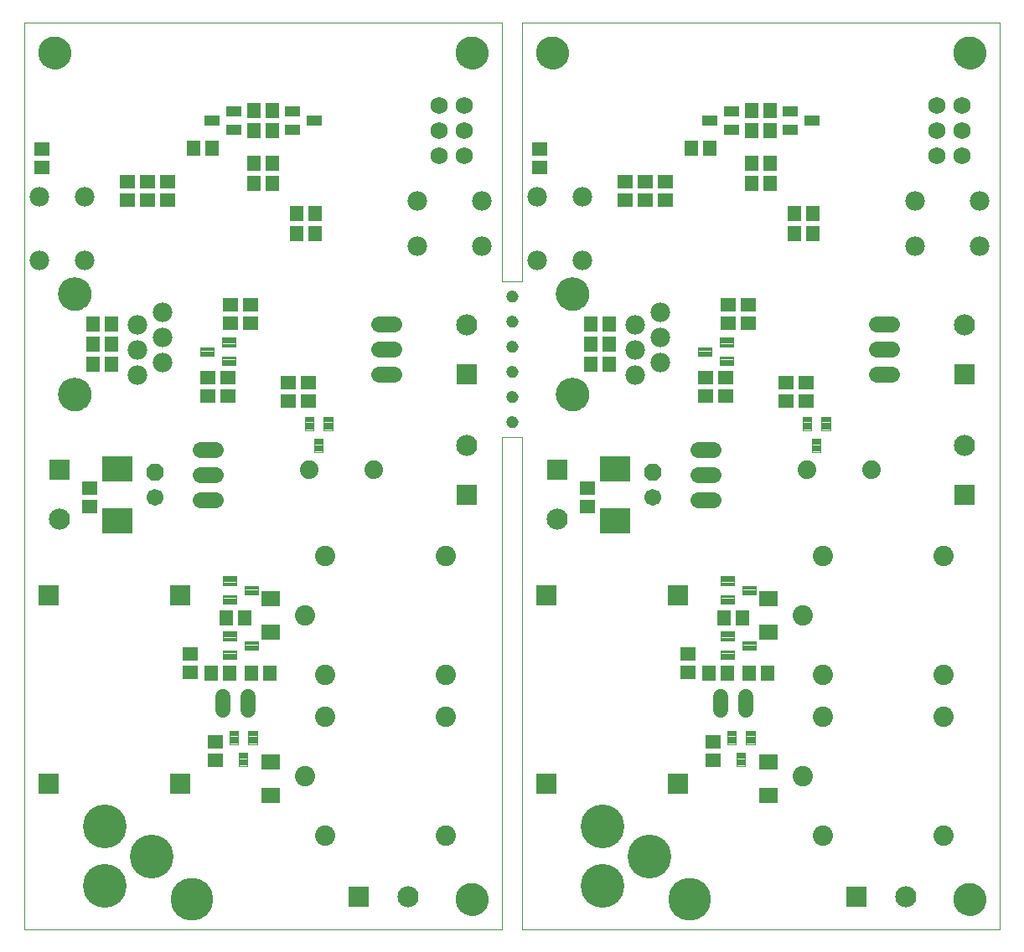
<source format=gbs>
G75*
G70*
%OFA0B0*%
%FSLAX24Y24*%
%IPPOS*%
%LPD*%
%AMOC8*
5,1,8,0,0,1.08239X$1,22.5*
%
%ADD10C,0.0000*%
%ADD11C,0.1300*%
%ADD12C,0.0473*%
%ADD13C,0.0780*%
%ADD14C,0.1320*%
%ADD15R,0.0800X0.0800*%
%ADD16OC8,0.0670*%
%ADD17C,0.0670*%
%ADD18C,0.1740*%
%ADD19R,0.0552X0.0631*%
%ADD20R,0.0631X0.0552*%
%ADD21R,0.0591X0.0434*%
%ADD22C,0.0600*%
%ADD23C,0.0640*%
%ADD24C,0.0680*%
%ADD25C,0.0808*%
%ADD26R,0.0840X0.0840*%
%ADD27C,0.0840*%
%ADD28R,0.0749X0.0591*%
%ADD29C,0.0740*%
%ADD30R,0.1221X0.1024*%
%ADD31C,0.0039*%
%ADD32C,0.1700*%
D10*
X001340Y001800D02*
X001340Y037900D01*
X020340Y037900D01*
X020340Y027600D01*
X021140Y027600D01*
X021140Y037900D01*
X040140Y037900D01*
X040140Y001800D01*
X021140Y001800D01*
X021140Y021400D01*
X020340Y021400D01*
X020340Y001800D01*
X001340Y001800D01*
X018510Y003000D02*
X018512Y003050D01*
X018518Y003100D01*
X018528Y003149D01*
X018542Y003197D01*
X018559Y003244D01*
X018580Y003289D01*
X018605Y003333D01*
X018633Y003374D01*
X018665Y003413D01*
X018699Y003450D01*
X018736Y003484D01*
X018776Y003514D01*
X018818Y003541D01*
X018862Y003565D01*
X018908Y003586D01*
X018955Y003602D01*
X019003Y003615D01*
X019053Y003624D01*
X019102Y003629D01*
X019153Y003630D01*
X019203Y003627D01*
X019252Y003620D01*
X019301Y003609D01*
X019349Y003594D01*
X019395Y003576D01*
X019440Y003554D01*
X019483Y003528D01*
X019524Y003499D01*
X019563Y003467D01*
X019599Y003432D01*
X019631Y003394D01*
X019661Y003354D01*
X019688Y003311D01*
X019711Y003267D01*
X019730Y003221D01*
X019746Y003173D01*
X019758Y003124D01*
X019766Y003075D01*
X019770Y003025D01*
X019770Y002975D01*
X019766Y002925D01*
X019758Y002876D01*
X019746Y002827D01*
X019730Y002779D01*
X019711Y002733D01*
X019688Y002689D01*
X019661Y002646D01*
X019631Y002606D01*
X019599Y002568D01*
X019563Y002533D01*
X019524Y002501D01*
X019483Y002472D01*
X019440Y002446D01*
X019395Y002424D01*
X019349Y002406D01*
X019301Y002391D01*
X019252Y002380D01*
X019203Y002373D01*
X019153Y002370D01*
X019102Y002371D01*
X019053Y002376D01*
X019003Y002385D01*
X018955Y002398D01*
X018908Y002414D01*
X018862Y002435D01*
X018818Y002459D01*
X018776Y002486D01*
X018736Y002516D01*
X018699Y002550D01*
X018665Y002587D01*
X018633Y002626D01*
X018605Y002667D01*
X018580Y002711D01*
X018559Y002756D01*
X018542Y002803D01*
X018528Y002851D01*
X018518Y002900D01*
X018512Y002950D01*
X018510Y003000D01*
X020523Y022000D02*
X020525Y022029D01*
X020531Y022057D01*
X020540Y022085D01*
X020553Y022111D01*
X020570Y022134D01*
X020589Y022156D01*
X020611Y022175D01*
X020636Y022190D01*
X020662Y022203D01*
X020690Y022211D01*
X020718Y022216D01*
X020747Y022217D01*
X020776Y022214D01*
X020804Y022207D01*
X020831Y022197D01*
X020857Y022183D01*
X020880Y022166D01*
X020901Y022146D01*
X020919Y022123D01*
X020934Y022098D01*
X020945Y022071D01*
X020953Y022043D01*
X020957Y022014D01*
X020957Y021986D01*
X020953Y021957D01*
X020945Y021929D01*
X020934Y021902D01*
X020919Y021877D01*
X020901Y021854D01*
X020880Y021834D01*
X020857Y021817D01*
X020831Y021803D01*
X020804Y021793D01*
X020776Y021786D01*
X020747Y021783D01*
X020718Y021784D01*
X020690Y021789D01*
X020662Y021797D01*
X020636Y021810D01*
X020611Y021825D01*
X020589Y021844D01*
X020570Y021866D01*
X020553Y021889D01*
X020540Y021915D01*
X020531Y021943D01*
X020525Y021971D01*
X020523Y022000D01*
X020523Y023000D02*
X020525Y023029D01*
X020531Y023057D01*
X020540Y023085D01*
X020553Y023111D01*
X020570Y023134D01*
X020589Y023156D01*
X020611Y023175D01*
X020636Y023190D01*
X020662Y023203D01*
X020690Y023211D01*
X020718Y023216D01*
X020747Y023217D01*
X020776Y023214D01*
X020804Y023207D01*
X020831Y023197D01*
X020857Y023183D01*
X020880Y023166D01*
X020901Y023146D01*
X020919Y023123D01*
X020934Y023098D01*
X020945Y023071D01*
X020953Y023043D01*
X020957Y023014D01*
X020957Y022986D01*
X020953Y022957D01*
X020945Y022929D01*
X020934Y022902D01*
X020919Y022877D01*
X020901Y022854D01*
X020880Y022834D01*
X020857Y022817D01*
X020831Y022803D01*
X020804Y022793D01*
X020776Y022786D01*
X020747Y022783D01*
X020718Y022784D01*
X020690Y022789D01*
X020662Y022797D01*
X020636Y022810D01*
X020611Y022825D01*
X020589Y022844D01*
X020570Y022866D01*
X020553Y022889D01*
X020540Y022915D01*
X020531Y022943D01*
X020525Y022971D01*
X020523Y023000D01*
X020523Y024000D02*
X020525Y024029D01*
X020531Y024057D01*
X020540Y024085D01*
X020553Y024111D01*
X020570Y024134D01*
X020589Y024156D01*
X020611Y024175D01*
X020636Y024190D01*
X020662Y024203D01*
X020690Y024211D01*
X020718Y024216D01*
X020747Y024217D01*
X020776Y024214D01*
X020804Y024207D01*
X020831Y024197D01*
X020857Y024183D01*
X020880Y024166D01*
X020901Y024146D01*
X020919Y024123D01*
X020934Y024098D01*
X020945Y024071D01*
X020953Y024043D01*
X020957Y024014D01*
X020957Y023986D01*
X020953Y023957D01*
X020945Y023929D01*
X020934Y023902D01*
X020919Y023877D01*
X020901Y023854D01*
X020880Y023834D01*
X020857Y023817D01*
X020831Y023803D01*
X020804Y023793D01*
X020776Y023786D01*
X020747Y023783D01*
X020718Y023784D01*
X020690Y023789D01*
X020662Y023797D01*
X020636Y023810D01*
X020611Y023825D01*
X020589Y023844D01*
X020570Y023866D01*
X020553Y023889D01*
X020540Y023915D01*
X020531Y023943D01*
X020525Y023971D01*
X020523Y024000D01*
X020523Y025000D02*
X020525Y025029D01*
X020531Y025057D01*
X020540Y025085D01*
X020553Y025111D01*
X020570Y025134D01*
X020589Y025156D01*
X020611Y025175D01*
X020636Y025190D01*
X020662Y025203D01*
X020690Y025211D01*
X020718Y025216D01*
X020747Y025217D01*
X020776Y025214D01*
X020804Y025207D01*
X020831Y025197D01*
X020857Y025183D01*
X020880Y025166D01*
X020901Y025146D01*
X020919Y025123D01*
X020934Y025098D01*
X020945Y025071D01*
X020953Y025043D01*
X020957Y025014D01*
X020957Y024986D01*
X020953Y024957D01*
X020945Y024929D01*
X020934Y024902D01*
X020919Y024877D01*
X020901Y024854D01*
X020880Y024834D01*
X020857Y024817D01*
X020831Y024803D01*
X020804Y024793D01*
X020776Y024786D01*
X020747Y024783D01*
X020718Y024784D01*
X020690Y024789D01*
X020662Y024797D01*
X020636Y024810D01*
X020611Y024825D01*
X020589Y024844D01*
X020570Y024866D01*
X020553Y024889D01*
X020540Y024915D01*
X020531Y024943D01*
X020525Y024971D01*
X020523Y025000D01*
X020523Y026000D02*
X020525Y026029D01*
X020531Y026057D01*
X020540Y026085D01*
X020553Y026111D01*
X020570Y026134D01*
X020589Y026156D01*
X020611Y026175D01*
X020636Y026190D01*
X020662Y026203D01*
X020690Y026211D01*
X020718Y026216D01*
X020747Y026217D01*
X020776Y026214D01*
X020804Y026207D01*
X020831Y026197D01*
X020857Y026183D01*
X020880Y026166D01*
X020901Y026146D01*
X020919Y026123D01*
X020934Y026098D01*
X020945Y026071D01*
X020953Y026043D01*
X020957Y026014D01*
X020957Y025986D01*
X020953Y025957D01*
X020945Y025929D01*
X020934Y025902D01*
X020919Y025877D01*
X020901Y025854D01*
X020880Y025834D01*
X020857Y025817D01*
X020831Y025803D01*
X020804Y025793D01*
X020776Y025786D01*
X020747Y025783D01*
X020718Y025784D01*
X020690Y025789D01*
X020662Y025797D01*
X020636Y025810D01*
X020611Y025825D01*
X020589Y025844D01*
X020570Y025866D01*
X020553Y025889D01*
X020540Y025915D01*
X020531Y025943D01*
X020525Y025971D01*
X020523Y026000D01*
X020523Y027000D02*
X020525Y027029D01*
X020531Y027057D01*
X020540Y027085D01*
X020553Y027111D01*
X020570Y027134D01*
X020589Y027156D01*
X020611Y027175D01*
X020636Y027190D01*
X020662Y027203D01*
X020690Y027211D01*
X020718Y027216D01*
X020747Y027217D01*
X020776Y027214D01*
X020804Y027207D01*
X020831Y027197D01*
X020857Y027183D01*
X020880Y027166D01*
X020901Y027146D01*
X020919Y027123D01*
X020934Y027098D01*
X020945Y027071D01*
X020953Y027043D01*
X020957Y027014D01*
X020957Y026986D01*
X020953Y026957D01*
X020945Y026929D01*
X020934Y026902D01*
X020919Y026877D01*
X020901Y026854D01*
X020880Y026834D01*
X020857Y026817D01*
X020831Y026803D01*
X020804Y026793D01*
X020776Y026786D01*
X020747Y026783D01*
X020718Y026784D01*
X020690Y026789D01*
X020662Y026797D01*
X020636Y026810D01*
X020611Y026825D01*
X020589Y026844D01*
X020570Y026866D01*
X020553Y026889D01*
X020540Y026915D01*
X020531Y026943D01*
X020525Y026971D01*
X020523Y027000D01*
X022500Y027100D02*
X022502Y027150D01*
X022508Y027200D01*
X022518Y027249D01*
X022531Y027298D01*
X022549Y027345D01*
X022570Y027391D01*
X022594Y027434D01*
X022622Y027476D01*
X022653Y027516D01*
X022687Y027553D01*
X022724Y027587D01*
X022764Y027618D01*
X022806Y027646D01*
X022849Y027670D01*
X022895Y027691D01*
X022942Y027709D01*
X022991Y027722D01*
X023040Y027732D01*
X023090Y027738D01*
X023140Y027740D01*
X023190Y027738D01*
X023240Y027732D01*
X023289Y027722D01*
X023338Y027709D01*
X023385Y027691D01*
X023431Y027670D01*
X023474Y027646D01*
X023516Y027618D01*
X023556Y027587D01*
X023593Y027553D01*
X023627Y027516D01*
X023658Y027476D01*
X023686Y027434D01*
X023710Y027391D01*
X023731Y027345D01*
X023749Y027298D01*
X023762Y027249D01*
X023772Y027200D01*
X023778Y027150D01*
X023780Y027100D01*
X023778Y027050D01*
X023772Y027000D01*
X023762Y026951D01*
X023749Y026902D01*
X023731Y026855D01*
X023710Y026809D01*
X023686Y026766D01*
X023658Y026724D01*
X023627Y026684D01*
X023593Y026647D01*
X023556Y026613D01*
X023516Y026582D01*
X023474Y026554D01*
X023431Y026530D01*
X023385Y026509D01*
X023338Y026491D01*
X023289Y026478D01*
X023240Y026468D01*
X023190Y026462D01*
X023140Y026460D01*
X023090Y026462D01*
X023040Y026468D01*
X022991Y026478D01*
X022942Y026491D01*
X022895Y026509D01*
X022849Y026530D01*
X022806Y026554D01*
X022764Y026582D01*
X022724Y026613D01*
X022687Y026647D01*
X022653Y026684D01*
X022622Y026724D01*
X022594Y026766D01*
X022570Y026809D01*
X022549Y026855D01*
X022531Y026902D01*
X022518Y026951D01*
X022508Y027000D01*
X022502Y027050D01*
X022500Y027100D01*
X022500Y023100D02*
X022502Y023150D01*
X022508Y023200D01*
X022518Y023249D01*
X022531Y023298D01*
X022549Y023345D01*
X022570Y023391D01*
X022594Y023434D01*
X022622Y023476D01*
X022653Y023516D01*
X022687Y023553D01*
X022724Y023587D01*
X022764Y023618D01*
X022806Y023646D01*
X022849Y023670D01*
X022895Y023691D01*
X022942Y023709D01*
X022991Y023722D01*
X023040Y023732D01*
X023090Y023738D01*
X023140Y023740D01*
X023190Y023738D01*
X023240Y023732D01*
X023289Y023722D01*
X023338Y023709D01*
X023385Y023691D01*
X023431Y023670D01*
X023474Y023646D01*
X023516Y023618D01*
X023556Y023587D01*
X023593Y023553D01*
X023627Y023516D01*
X023658Y023476D01*
X023686Y023434D01*
X023710Y023391D01*
X023731Y023345D01*
X023749Y023298D01*
X023762Y023249D01*
X023772Y023200D01*
X023778Y023150D01*
X023780Y023100D01*
X023778Y023050D01*
X023772Y023000D01*
X023762Y022951D01*
X023749Y022902D01*
X023731Y022855D01*
X023710Y022809D01*
X023686Y022766D01*
X023658Y022724D01*
X023627Y022684D01*
X023593Y022647D01*
X023556Y022613D01*
X023516Y022582D01*
X023474Y022554D01*
X023431Y022530D01*
X023385Y022509D01*
X023338Y022491D01*
X023289Y022478D01*
X023240Y022468D01*
X023190Y022462D01*
X023140Y022460D01*
X023090Y022462D01*
X023040Y022468D01*
X022991Y022478D01*
X022942Y022491D01*
X022895Y022509D01*
X022849Y022530D01*
X022806Y022554D01*
X022764Y022582D01*
X022724Y022613D01*
X022687Y022647D01*
X022653Y022684D01*
X022622Y022724D01*
X022594Y022766D01*
X022570Y022809D01*
X022549Y022855D01*
X022531Y022902D01*
X022518Y022951D01*
X022508Y023000D01*
X022502Y023050D01*
X022500Y023100D01*
X021710Y036700D02*
X021712Y036750D01*
X021718Y036800D01*
X021728Y036849D01*
X021742Y036897D01*
X021759Y036944D01*
X021780Y036989D01*
X021805Y037033D01*
X021833Y037074D01*
X021865Y037113D01*
X021899Y037150D01*
X021936Y037184D01*
X021976Y037214D01*
X022018Y037241D01*
X022062Y037265D01*
X022108Y037286D01*
X022155Y037302D01*
X022203Y037315D01*
X022253Y037324D01*
X022302Y037329D01*
X022353Y037330D01*
X022403Y037327D01*
X022452Y037320D01*
X022501Y037309D01*
X022549Y037294D01*
X022595Y037276D01*
X022640Y037254D01*
X022683Y037228D01*
X022724Y037199D01*
X022763Y037167D01*
X022799Y037132D01*
X022831Y037094D01*
X022861Y037054D01*
X022888Y037011D01*
X022911Y036967D01*
X022930Y036921D01*
X022946Y036873D01*
X022958Y036824D01*
X022966Y036775D01*
X022970Y036725D01*
X022970Y036675D01*
X022966Y036625D01*
X022958Y036576D01*
X022946Y036527D01*
X022930Y036479D01*
X022911Y036433D01*
X022888Y036389D01*
X022861Y036346D01*
X022831Y036306D01*
X022799Y036268D01*
X022763Y036233D01*
X022724Y036201D01*
X022683Y036172D01*
X022640Y036146D01*
X022595Y036124D01*
X022549Y036106D01*
X022501Y036091D01*
X022452Y036080D01*
X022403Y036073D01*
X022353Y036070D01*
X022302Y036071D01*
X022253Y036076D01*
X022203Y036085D01*
X022155Y036098D01*
X022108Y036114D01*
X022062Y036135D01*
X022018Y036159D01*
X021976Y036186D01*
X021936Y036216D01*
X021899Y036250D01*
X021865Y036287D01*
X021833Y036326D01*
X021805Y036367D01*
X021780Y036411D01*
X021759Y036456D01*
X021742Y036503D01*
X021728Y036551D01*
X021718Y036600D01*
X021712Y036650D01*
X021710Y036700D01*
X018510Y036700D02*
X018512Y036750D01*
X018518Y036800D01*
X018528Y036849D01*
X018542Y036897D01*
X018559Y036944D01*
X018580Y036989D01*
X018605Y037033D01*
X018633Y037074D01*
X018665Y037113D01*
X018699Y037150D01*
X018736Y037184D01*
X018776Y037214D01*
X018818Y037241D01*
X018862Y037265D01*
X018908Y037286D01*
X018955Y037302D01*
X019003Y037315D01*
X019053Y037324D01*
X019102Y037329D01*
X019153Y037330D01*
X019203Y037327D01*
X019252Y037320D01*
X019301Y037309D01*
X019349Y037294D01*
X019395Y037276D01*
X019440Y037254D01*
X019483Y037228D01*
X019524Y037199D01*
X019563Y037167D01*
X019599Y037132D01*
X019631Y037094D01*
X019661Y037054D01*
X019688Y037011D01*
X019711Y036967D01*
X019730Y036921D01*
X019746Y036873D01*
X019758Y036824D01*
X019766Y036775D01*
X019770Y036725D01*
X019770Y036675D01*
X019766Y036625D01*
X019758Y036576D01*
X019746Y036527D01*
X019730Y036479D01*
X019711Y036433D01*
X019688Y036389D01*
X019661Y036346D01*
X019631Y036306D01*
X019599Y036268D01*
X019563Y036233D01*
X019524Y036201D01*
X019483Y036172D01*
X019440Y036146D01*
X019395Y036124D01*
X019349Y036106D01*
X019301Y036091D01*
X019252Y036080D01*
X019203Y036073D01*
X019153Y036070D01*
X019102Y036071D01*
X019053Y036076D01*
X019003Y036085D01*
X018955Y036098D01*
X018908Y036114D01*
X018862Y036135D01*
X018818Y036159D01*
X018776Y036186D01*
X018736Y036216D01*
X018699Y036250D01*
X018665Y036287D01*
X018633Y036326D01*
X018605Y036367D01*
X018580Y036411D01*
X018559Y036456D01*
X018542Y036503D01*
X018528Y036551D01*
X018518Y036600D01*
X018512Y036650D01*
X018510Y036700D01*
X002700Y027100D02*
X002702Y027150D01*
X002708Y027200D01*
X002718Y027249D01*
X002731Y027298D01*
X002749Y027345D01*
X002770Y027391D01*
X002794Y027434D01*
X002822Y027476D01*
X002853Y027516D01*
X002887Y027553D01*
X002924Y027587D01*
X002964Y027618D01*
X003006Y027646D01*
X003049Y027670D01*
X003095Y027691D01*
X003142Y027709D01*
X003191Y027722D01*
X003240Y027732D01*
X003290Y027738D01*
X003340Y027740D01*
X003390Y027738D01*
X003440Y027732D01*
X003489Y027722D01*
X003538Y027709D01*
X003585Y027691D01*
X003631Y027670D01*
X003674Y027646D01*
X003716Y027618D01*
X003756Y027587D01*
X003793Y027553D01*
X003827Y027516D01*
X003858Y027476D01*
X003886Y027434D01*
X003910Y027391D01*
X003931Y027345D01*
X003949Y027298D01*
X003962Y027249D01*
X003972Y027200D01*
X003978Y027150D01*
X003980Y027100D01*
X003978Y027050D01*
X003972Y027000D01*
X003962Y026951D01*
X003949Y026902D01*
X003931Y026855D01*
X003910Y026809D01*
X003886Y026766D01*
X003858Y026724D01*
X003827Y026684D01*
X003793Y026647D01*
X003756Y026613D01*
X003716Y026582D01*
X003674Y026554D01*
X003631Y026530D01*
X003585Y026509D01*
X003538Y026491D01*
X003489Y026478D01*
X003440Y026468D01*
X003390Y026462D01*
X003340Y026460D01*
X003290Y026462D01*
X003240Y026468D01*
X003191Y026478D01*
X003142Y026491D01*
X003095Y026509D01*
X003049Y026530D01*
X003006Y026554D01*
X002964Y026582D01*
X002924Y026613D01*
X002887Y026647D01*
X002853Y026684D01*
X002822Y026724D01*
X002794Y026766D01*
X002770Y026809D01*
X002749Y026855D01*
X002731Y026902D01*
X002718Y026951D01*
X002708Y027000D01*
X002702Y027050D01*
X002700Y027100D01*
X002700Y023100D02*
X002702Y023150D01*
X002708Y023200D01*
X002718Y023249D01*
X002731Y023298D01*
X002749Y023345D01*
X002770Y023391D01*
X002794Y023434D01*
X002822Y023476D01*
X002853Y023516D01*
X002887Y023553D01*
X002924Y023587D01*
X002964Y023618D01*
X003006Y023646D01*
X003049Y023670D01*
X003095Y023691D01*
X003142Y023709D01*
X003191Y023722D01*
X003240Y023732D01*
X003290Y023738D01*
X003340Y023740D01*
X003390Y023738D01*
X003440Y023732D01*
X003489Y023722D01*
X003538Y023709D01*
X003585Y023691D01*
X003631Y023670D01*
X003674Y023646D01*
X003716Y023618D01*
X003756Y023587D01*
X003793Y023553D01*
X003827Y023516D01*
X003858Y023476D01*
X003886Y023434D01*
X003910Y023391D01*
X003931Y023345D01*
X003949Y023298D01*
X003962Y023249D01*
X003972Y023200D01*
X003978Y023150D01*
X003980Y023100D01*
X003978Y023050D01*
X003972Y023000D01*
X003962Y022951D01*
X003949Y022902D01*
X003931Y022855D01*
X003910Y022809D01*
X003886Y022766D01*
X003858Y022724D01*
X003827Y022684D01*
X003793Y022647D01*
X003756Y022613D01*
X003716Y022582D01*
X003674Y022554D01*
X003631Y022530D01*
X003585Y022509D01*
X003538Y022491D01*
X003489Y022478D01*
X003440Y022468D01*
X003390Y022462D01*
X003340Y022460D01*
X003290Y022462D01*
X003240Y022468D01*
X003191Y022478D01*
X003142Y022491D01*
X003095Y022509D01*
X003049Y022530D01*
X003006Y022554D01*
X002964Y022582D01*
X002924Y022613D01*
X002887Y022647D01*
X002853Y022684D01*
X002822Y022724D01*
X002794Y022766D01*
X002770Y022809D01*
X002749Y022855D01*
X002731Y022902D01*
X002718Y022951D01*
X002708Y023000D01*
X002702Y023050D01*
X002700Y023100D01*
X001910Y036700D02*
X001912Y036750D01*
X001918Y036800D01*
X001928Y036849D01*
X001942Y036897D01*
X001959Y036944D01*
X001980Y036989D01*
X002005Y037033D01*
X002033Y037074D01*
X002065Y037113D01*
X002099Y037150D01*
X002136Y037184D01*
X002176Y037214D01*
X002218Y037241D01*
X002262Y037265D01*
X002308Y037286D01*
X002355Y037302D01*
X002403Y037315D01*
X002453Y037324D01*
X002502Y037329D01*
X002553Y037330D01*
X002603Y037327D01*
X002652Y037320D01*
X002701Y037309D01*
X002749Y037294D01*
X002795Y037276D01*
X002840Y037254D01*
X002883Y037228D01*
X002924Y037199D01*
X002963Y037167D01*
X002999Y037132D01*
X003031Y037094D01*
X003061Y037054D01*
X003088Y037011D01*
X003111Y036967D01*
X003130Y036921D01*
X003146Y036873D01*
X003158Y036824D01*
X003166Y036775D01*
X003170Y036725D01*
X003170Y036675D01*
X003166Y036625D01*
X003158Y036576D01*
X003146Y036527D01*
X003130Y036479D01*
X003111Y036433D01*
X003088Y036389D01*
X003061Y036346D01*
X003031Y036306D01*
X002999Y036268D01*
X002963Y036233D01*
X002924Y036201D01*
X002883Y036172D01*
X002840Y036146D01*
X002795Y036124D01*
X002749Y036106D01*
X002701Y036091D01*
X002652Y036080D01*
X002603Y036073D01*
X002553Y036070D01*
X002502Y036071D01*
X002453Y036076D01*
X002403Y036085D01*
X002355Y036098D01*
X002308Y036114D01*
X002262Y036135D01*
X002218Y036159D01*
X002176Y036186D01*
X002136Y036216D01*
X002099Y036250D01*
X002065Y036287D01*
X002033Y036326D01*
X002005Y036367D01*
X001980Y036411D01*
X001959Y036456D01*
X001942Y036503D01*
X001928Y036551D01*
X001918Y036600D01*
X001912Y036650D01*
X001910Y036700D01*
X038310Y036700D02*
X038312Y036750D01*
X038318Y036800D01*
X038328Y036849D01*
X038342Y036897D01*
X038359Y036944D01*
X038380Y036989D01*
X038405Y037033D01*
X038433Y037074D01*
X038465Y037113D01*
X038499Y037150D01*
X038536Y037184D01*
X038576Y037214D01*
X038618Y037241D01*
X038662Y037265D01*
X038708Y037286D01*
X038755Y037302D01*
X038803Y037315D01*
X038853Y037324D01*
X038902Y037329D01*
X038953Y037330D01*
X039003Y037327D01*
X039052Y037320D01*
X039101Y037309D01*
X039149Y037294D01*
X039195Y037276D01*
X039240Y037254D01*
X039283Y037228D01*
X039324Y037199D01*
X039363Y037167D01*
X039399Y037132D01*
X039431Y037094D01*
X039461Y037054D01*
X039488Y037011D01*
X039511Y036967D01*
X039530Y036921D01*
X039546Y036873D01*
X039558Y036824D01*
X039566Y036775D01*
X039570Y036725D01*
X039570Y036675D01*
X039566Y036625D01*
X039558Y036576D01*
X039546Y036527D01*
X039530Y036479D01*
X039511Y036433D01*
X039488Y036389D01*
X039461Y036346D01*
X039431Y036306D01*
X039399Y036268D01*
X039363Y036233D01*
X039324Y036201D01*
X039283Y036172D01*
X039240Y036146D01*
X039195Y036124D01*
X039149Y036106D01*
X039101Y036091D01*
X039052Y036080D01*
X039003Y036073D01*
X038953Y036070D01*
X038902Y036071D01*
X038853Y036076D01*
X038803Y036085D01*
X038755Y036098D01*
X038708Y036114D01*
X038662Y036135D01*
X038618Y036159D01*
X038576Y036186D01*
X038536Y036216D01*
X038499Y036250D01*
X038465Y036287D01*
X038433Y036326D01*
X038405Y036367D01*
X038380Y036411D01*
X038359Y036456D01*
X038342Y036503D01*
X038328Y036551D01*
X038318Y036600D01*
X038312Y036650D01*
X038310Y036700D01*
X038310Y003000D02*
X038312Y003050D01*
X038318Y003100D01*
X038328Y003149D01*
X038342Y003197D01*
X038359Y003244D01*
X038380Y003289D01*
X038405Y003333D01*
X038433Y003374D01*
X038465Y003413D01*
X038499Y003450D01*
X038536Y003484D01*
X038576Y003514D01*
X038618Y003541D01*
X038662Y003565D01*
X038708Y003586D01*
X038755Y003602D01*
X038803Y003615D01*
X038853Y003624D01*
X038902Y003629D01*
X038953Y003630D01*
X039003Y003627D01*
X039052Y003620D01*
X039101Y003609D01*
X039149Y003594D01*
X039195Y003576D01*
X039240Y003554D01*
X039283Y003528D01*
X039324Y003499D01*
X039363Y003467D01*
X039399Y003432D01*
X039431Y003394D01*
X039461Y003354D01*
X039488Y003311D01*
X039511Y003267D01*
X039530Y003221D01*
X039546Y003173D01*
X039558Y003124D01*
X039566Y003075D01*
X039570Y003025D01*
X039570Y002975D01*
X039566Y002925D01*
X039558Y002876D01*
X039546Y002827D01*
X039530Y002779D01*
X039511Y002733D01*
X039488Y002689D01*
X039461Y002646D01*
X039431Y002606D01*
X039399Y002568D01*
X039363Y002533D01*
X039324Y002501D01*
X039283Y002472D01*
X039240Y002446D01*
X039195Y002424D01*
X039149Y002406D01*
X039101Y002391D01*
X039052Y002380D01*
X039003Y002373D01*
X038953Y002370D01*
X038902Y002371D01*
X038853Y002376D01*
X038803Y002385D01*
X038755Y002398D01*
X038708Y002414D01*
X038662Y002435D01*
X038618Y002459D01*
X038576Y002486D01*
X038536Y002516D01*
X038499Y002550D01*
X038465Y002587D01*
X038433Y002626D01*
X038405Y002667D01*
X038380Y002711D01*
X038359Y002756D01*
X038342Y002803D01*
X038328Y002851D01*
X038318Y002900D01*
X038312Y002950D01*
X038310Y003000D01*
D11*
X038940Y003000D03*
X019140Y003000D03*
X019140Y036700D03*
X022340Y036700D03*
X038940Y036700D03*
X002540Y036700D03*
D12*
X020740Y027000D03*
X020740Y026000D03*
X020740Y025000D03*
X020740Y024000D03*
X020740Y023000D03*
X020740Y022000D03*
D13*
X025640Y023850D03*
X026640Y024350D03*
X026640Y025350D03*
X025640Y025850D03*
X026640Y026350D03*
X025640Y024850D03*
X023530Y028420D03*
X021750Y028420D03*
X019520Y029010D03*
X019520Y030790D03*
X021750Y030980D03*
X023530Y030980D03*
X016960Y030790D03*
X016960Y029010D03*
X006840Y026350D03*
X005840Y025850D03*
X006840Y025350D03*
X006840Y024350D03*
X005840Y023850D03*
X005840Y024850D03*
X003730Y028420D03*
X001950Y028420D03*
X001950Y030980D03*
X003730Y030980D03*
X036760Y030790D03*
X036760Y029010D03*
X039320Y029010D03*
X039320Y030790D03*
D14*
X023140Y027100D03*
X023140Y023100D03*
X003340Y023100D03*
X003340Y027100D03*
D15*
X002290Y015100D03*
X007540Y015100D03*
X007540Y007600D03*
X002290Y007600D03*
X022090Y007600D03*
X027340Y007600D03*
X027340Y015100D03*
X022090Y015100D03*
D16*
X026340Y020000D03*
X006540Y020000D03*
D17*
X006540Y019000D03*
X026340Y019000D03*
D18*
X024340Y005894D03*
X026190Y004713D03*
X024340Y003531D03*
X006390Y004713D03*
X004540Y005894D03*
X004540Y003531D03*
D19*
X008766Y012000D03*
X009514Y012000D03*
X010366Y012000D03*
X011114Y012000D03*
X010114Y014200D03*
X009366Y014200D03*
X004814Y024300D03*
X004066Y024300D03*
X004066Y025100D03*
X004814Y025100D03*
X004814Y025900D03*
X004066Y025900D03*
X010466Y031500D03*
X011214Y031500D03*
X011214Y032300D03*
X010466Y032300D03*
X010466Y033600D03*
X011214Y033600D03*
X011214Y034400D03*
X010466Y034400D03*
X008814Y032900D03*
X008066Y032900D03*
X012166Y030300D03*
X012914Y030300D03*
X012914Y029500D03*
X012166Y029500D03*
X023866Y025900D03*
X024614Y025900D03*
X024614Y025100D03*
X023866Y025100D03*
X023866Y024300D03*
X024614Y024300D03*
X031966Y029500D03*
X032714Y029500D03*
X032714Y030300D03*
X031966Y030300D03*
X031014Y031500D03*
X030266Y031500D03*
X030266Y032300D03*
X031014Y032300D03*
X031014Y033600D03*
X030266Y033600D03*
X030266Y034400D03*
X031014Y034400D03*
X028614Y032900D03*
X027866Y032900D03*
X029166Y014200D03*
X029914Y014200D03*
X030166Y012000D03*
X030914Y012000D03*
X029314Y012000D03*
X028566Y012000D03*
D20*
X027740Y012026D03*
X027740Y012774D03*
X028740Y009274D03*
X028740Y008526D03*
X023740Y018626D03*
X023740Y019374D03*
X028440Y023026D03*
X028440Y023774D03*
X029240Y023774D03*
X029240Y023026D03*
X031640Y022826D03*
X031640Y023574D03*
X032440Y023574D03*
X032440Y022826D03*
X030140Y025926D03*
X030140Y026674D03*
X029340Y026674D03*
X029340Y025926D03*
X026840Y030826D03*
X026840Y031574D03*
X026040Y031574D03*
X026040Y030826D03*
X025240Y030826D03*
X025240Y031574D03*
X021840Y032126D03*
X021840Y032874D03*
X012640Y023574D03*
X012640Y022826D03*
X011840Y022826D03*
X011840Y023574D03*
X009440Y023774D03*
X009440Y023026D03*
X008640Y023026D03*
X008640Y023774D03*
X009540Y025926D03*
X009540Y026674D03*
X010340Y026674D03*
X010340Y025926D03*
X007040Y030826D03*
X007040Y031574D03*
X006240Y031574D03*
X006240Y030826D03*
X005440Y030826D03*
X005440Y031574D03*
X002040Y032126D03*
X002040Y032874D03*
X003940Y019374D03*
X003940Y018626D03*
X007940Y012774D03*
X007940Y012026D03*
X008940Y009274D03*
X008940Y008526D03*
D21*
X009673Y033626D03*
X009673Y034374D03*
X008807Y034000D03*
X012007Y033626D03*
X012007Y034374D03*
X012873Y034000D03*
X028607Y034000D03*
X029473Y033626D03*
X029473Y034374D03*
X031807Y034374D03*
X031807Y033626D03*
X032673Y034000D03*
D22*
X030040Y011080D02*
X030040Y010520D01*
X029040Y010520D02*
X029040Y011080D01*
X010240Y011080D02*
X010240Y010520D01*
X009240Y010520D02*
X009240Y011080D01*
D23*
X008940Y018900D02*
X008340Y018900D01*
X008340Y019900D02*
X008940Y019900D01*
X008940Y020900D02*
X008340Y020900D01*
X015440Y023900D02*
X016040Y023900D01*
X016040Y024900D02*
X015440Y024900D01*
X015440Y025900D02*
X016040Y025900D01*
X028140Y020900D02*
X028740Y020900D01*
X028740Y019900D02*
X028140Y019900D01*
X028140Y018900D02*
X028740Y018900D01*
X035240Y023900D02*
X035840Y023900D01*
X035840Y024900D02*
X035240Y024900D01*
X035240Y025900D02*
X035840Y025900D01*
D24*
X037640Y032600D03*
X038640Y032600D03*
X038640Y033600D03*
X037640Y033600D03*
X037640Y034600D03*
X038640Y034600D03*
X018840Y034600D03*
X017840Y034600D03*
X017840Y033600D03*
X018840Y033600D03*
X018840Y032600D03*
X017840Y032600D03*
D25*
X018105Y016662D03*
X018105Y011938D03*
X018105Y010262D03*
X013302Y010262D03*
X013302Y011938D03*
X012515Y014300D03*
X013302Y016662D03*
X012515Y007900D03*
X013302Y005538D03*
X018105Y005538D03*
X032315Y007900D03*
X033102Y005538D03*
X037905Y005538D03*
X037905Y010262D03*
X037905Y011938D03*
X037905Y016662D03*
X033102Y016662D03*
X032315Y014300D03*
X033102Y011938D03*
X033102Y010262D03*
D26*
X034440Y003100D03*
X038740Y019100D03*
X038740Y023900D03*
X022540Y020100D03*
X018940Y019100D03*
X018940Y023900D03*
X002740Y020100D03*
X014640Y003100D03*
D27*
X016609Y003100D03*
X022540Y018131D03*
X018940Y021069D03*
X018940Y025869D03*
X002740Y018131D03*
X036409Y003100D03*
X038740Y021069D03*
X038740Y025869D03*
D28*
X030940Y014969D03*
X030940Y013631D03*
X030940Y008469D03*
X030940Y007131D03*
X011140Y007131D03*
X011140Y008469D03*
X011140Y013631D03*
X011140Y014969D03*
D29*
X012660Y020100D03*
X015220Y020100D03*
X032460Y020100D03*
X035020Y020100D03*
D30*
X024840Y020133D03*
X024840Y018067D03*
X005040Y018067D03*
X005040Y020133D03*
D31*
X009764Y015852D02*
X009764Y015496D01*
X009250Y015496D01*
X009250Y015852D01*
X009764Y015852D01*
X009764Y015534D02*
X009250Y015534D01*
X009250Y015572D02*
X009764Y015572D01*
X009764Y015610D02*
X009250Y015610D01*
X009250Y015648D02*
X009764Y015648D01*
X009764Y015686D02*
X009250Y015686D01*
X009250Y015724D02*
X009764Y015724D01*
X009764Y015762D02*
X009250Y015762D01*
X009250Y015800D02*
X009764Y015800D01*
X009764Y015838D02*
X009250Y015838D01*
X009764Y015104D02*
X009764Y014748D01*
X009250Y014748D01*
X009250Y015104D01*
X009764Y015104D01*
X009764Y014786D02*
X009250Y014786D01*
X009250Y014824D02*
X009764Y014824D01*
X009764Y014862D02*
X009250Y014862D01*
X009250Y014900D02*
X009764Y014900D01*
X009764Y014938D02*
X009250Y014938D01*
X009250Y014976D02*
X009764Y014976D01*
X009764Y015014D02*
X009250Y015014D01*
X009250Y015052D02*
X009764Y015052D01*
X009764Y015090D02*
X009250Y015090D01*
X010630Y015122D02*
X010630Y015478D01*
X010630Y015122D02*
X010116Y015122D01*
X010116Y015478D01*
X010630Y015478D01*
X010630Y015160D02*
X010116Y015160D01*
X010116Y015198D02*
X010630Y015198D01*
X010630Y015236D02*
X010116Y015236D01*
X010116Y015274D02*
X010630Y015274D01*
X010630Y015312D02*
X010116Y015312D01*
X010116Y015350D02*
X010630Y015350D01*
X010630Y015388D02*
X010116Y015388D01*
X010116Y015426D02*
X010630Y015426D01*
X010630Y015464D02*
X010116Y015464D01*
X009764Y013652D02*
X009764Y013296D01*
X009250Y013296D01*
X009250Y013652D01*
X009764Y013652D01*
X009764Y013334D02*
X009250Y013334D01*
X009250Y013372D02*
X009764Y013372D01*
X009764Y013410D02*
X009250Y013410D01*
X009250Y013448D02*
X009764Y013448D01*
X009764Y013486D02*
X009250Y013486D01*
X009250Y013524D02*
X009764Y013524D01*
X009764Y013562D02*
X009250Y013562D01*
X009250Y013600D02*
X009764Y013600D01*
X009764Y013638D02*
X009250Y013638D01*
X009764Y012904D02*
X009764Y012548D01*
X009250Y012548D01*
X009250Y012904D01*
X009764Y012904D01*
X009764Y012586D02*
X009250Y012586D01*
X009250Y012624D02*
X009764Y012624D01*
X009764Y012662D02*
X009250Y012662D01*
X009250Y012700D02*
X009764Y012700D01*
X009764Y012738D02*
X009250Y012738D01*
X009250Y012776D02*
X009764Y012776D01*
X009764Y012814D02*
X009250Y012814D01*
X009250Y012852D02*
X009764Y012852D01*
X009764Y012890D02*
X009250Y012890D01*
X010630Y012922D02*
X010630Y013278D01*
X010630Y012922D02*
X010116Y012922D01*
X010116Y013278D01*
X010630Y013278D01*
X010630Y012960D02*
X010116Y012960D01*
X010116Y012998D02*
X010630Y012998D01*
X010630Y013036D02*
X010116Y013036D01*
X010116Y013074D02*
X010630Y013074D01*
X010630Y013112D02*
X010116Y013112D01*
X010116Y013150D02*
X010630Y013150D01*
X010630Y013188D02*
X010116Y013188D01*
X010116Y013226D02*
X010630Y013226D01*
X010630Y013264D02*
X010116Y013264D01*
X010236Y009176D02*
X010592Y009176D01*
X010236Y009176D02*
X010236Y009690D01*
X010592Y009690D01*
X010592Y009176D01*
X010592Y009214D02*
X010236Y009214D01*
X010236Y009252D02*
X010592Y009252D01*
X010592Y009290D02*
X010236Y009290D01*
X010236Y009328D02*
X010592Y009328D01*
X010592Y009366D02*
X010236Y009366D01*
X010236Y009404D02*
X010592Y009404D01*
X010592Y009442D02*
X010236Y009442D01*
X010236Y009480D02*
X010592Y009480D01*
X010592Y009518D02*
X010236Y009518D01*
X010236Y009556D02*
X010592Y009556D01*
X010592Y009594D02*
X010236Y009594D01*
X010236Y009632D02*
X010592Y009632D01*
X010592Y009670D02*
X010236Y009670D01*
X009844Y009176D02*
X009488Y009176D01*
X009488Y009690D01*
X009844Y009690D01*
X009844Y009176D01*
X009844Y009214D02*
X009488Y009214D01*
X009488Y009252D02*
X009844Y009252D01*
X009844Y009290D02*
X009488Y009290D01*
X009488Y009328D02*
X009844Y009328D01*
X009844Y009366D02*
X009488Y009366D01*
X009488Y009404D02*
X009844Y009404D01*
X009844Y009442D02*
X009488Y009442D01*
X009488Y009480D02*
X009844Y009480D01*
X009844Y009518D02*
X009488Y009518D01*
X009488Y009556D02*
X009844Y009556D01*
X009844Y009594D02*
X009488Y009594D01*
X009488Y009632D02*
X009844Y009632D01*
X009844Y009670D02*
X009488Y009670D01*
X009862Y008310D02*
X010218Y008310D01*
X009862Y008310D02*
X009862Y008824D01*
X010218Y008824D01*
X010218Y008310D01*
X010218Y008348D02*
X009862Y008348D01*
X009862Y008386D02*
X010218Y008386D01*
X010218Y008424D02*
X009862Y008424D01*
X009862Y008462D02*
X010218Y008462D01*
X010218Y008500D02*
X009862Y008500D01*
X009862Y008538D02*
X010218Y008538D01*
X010218Y008576D02*
X009862Y008576D01*
X009862Y008614D02*
X010218Y008614D01*
X010218Y008652D02*
X009862Y008652D01*
X009862Y008690D02*
X010218Y008690D01*
X010218Y008728D02*
X009862Y008728D01*
X009862Y008766D02*
X010218Y008766D01*
X010218Y008804D02*
X009862Y008804D01*
X012862Y020810D02*
X013218Y020810D01*
X012862Y020810D02*
X012862Y021324D01*
X013218Y021324D01*
X013218Y020810D01*
X013218Y020848D02*
X012862Y020848D01*
X012862Y020886D02*
X013218Y020886D01*
X013218Y020924D02*
X012862Y020924D01*
X012862Y020962D02*
X013218Y020962D01*
X013218Y021000D02*
X012862Y021000D01*
X012862Y021038D02*
X013218Y021038D01*
X013218Y021076D02*
X012862Y021076D01*
X012862Y021114D02*
X013218Y021114D01*
X013218Y021152D02*
X012862Y021152D01*
X012862Y021190D02*
X013218Y021190D01*
X013218Y021228D02*
X012862Y021228D01*
X012862Y021266D02*
X013218Y021266D01*
X013218Y021304D02*
X012862Y021304D01*
X012844Y021676D02*
X012488Y021676D01*
X012488Y022190D01*
X012844Y022190D01*
X012844Y021676D01*
X012844Y021714D02*
X012488Y021714D01*
X012488Y021752D02*
X012844Y021752D01*
X012844Y021790D02*
X012488Y021790D01*
X012488Y021828D02*
X012844Y021828D01*
X012844Y021866D02*
X012488Y021866D01*
X012488Y021904D02*
X012844Y021904D01*
X012844Y021942D02*
X012488Y021942D01*
X012488Y021980D02*
X012844Y021980D01*
X012844Y022018D02*
X012488Y022018D01*
X012488Y022056D02*
X012844Y022056D01*
X012844Y022094D02*
X012488Y022094D01*
X012488Y022132D02*
X012844Y022132D01*
X012844Y022170D02*
X012488Y022170D01*
X013236Y021676D02*
X013592Y021676D01*
X013236Y021676D02*
X013236Y022190D01*
X013592Y022190D01*
X013592Y021676D01*
X013592Y021714D02*
X013236Y021714D01*
X013236Y021752D02*
X013592Y021752D01*
X013592Y021790D02*
X013236Y021790D01*
X013236Y021828D02*
X013592Y021828D01*
X013592Y021866D02*
X013236Y021866D01*
X013236Y021904D02*
X013592Y021904D01*
X013592Y021942D02*
X013236Y021942D01*
X013236Y021980D02*
X013592Y021980D01*
X013592Y022018D02*
X013236Y022018D01*
X013236Y022056D02*
X013592Y022056D01*
X013592Y022094D02*
X013236Y022094D01*
X013236Y022132D02*
X013592Y022132D01*
X013592Y022170D02*
X013236Y022170D01*
X009216Y024248D02*
X009216Y024604D01*
X009730Y024604D01*
X009730Y024248D01*
X009216Y024248D01*
X009216Y024286D02*
X009730Y024286D01*
X009730Y024324D02*
X009216Y024324D01*
X009216Y024362D02*
X009730Y024362D01*
X009730Y024400D02*
X009216Y024400D01*
X009216Y024438D02*
X009730Y024438D01*
X009730Y024476D02*
X009216Y024476D01*
X009216Y024514D02*
X009730Y024514D01*
X009730Y024552D02*
X009216Y024552D01*
X009216Y024590D02*
X009730Y024590D01*
X009216Y024996D02*
X009216Y025352D01*
X009730Y025352D01*
X009730Y024996D01*
X009216Y024996D01*
X009216Y025034D02*
X009730Y025034D01*
X009730Y025072D02*
X009216Y025072D01*
X009216Y025110D02*
X009730Y025110D01*
X009730Y025148D02*
X009216Y025148D01*
X009216Y025186D02*
X009730Y025186D01*
X009730Y025224D02*
X009216Y025224D01*
X009216Y025262D02*
X009730Y025262D01*
X009730Y025300D02*
X009216Y025300D01*
X009216Y025338D02*
X009730Y025338D01*
X008350Y024978D02*
X008350Y024622D01*
X008350Y024978D02*
X008864Y024978D01*
X008864Y024622D01*
X008350Y024622D01*
X008350Y024660D02*
X008864Y024660D01*
X008864Y024698D02*
X008350Y024698D01*
X008350Y024736D02*
X008864Y024736D01*
X008864Y024774D02*
X008350Y024774D01*
X008350Y024812D02*
X008864Y024812D01*
X008864Y024850D02*
X008350Y024850D01*
X008350Y024888D02*
X008864Y024888D01*
X008864Y024926D02*
X008350Y024926D01*
X008350Y024964D02*
X008864Y024964D01*
X028150Y024978D02*
X028150Y024622D01*
X028150Y024978D02*
X028664Y024978D01*
X028664Y024622D01*
X028150Y024622D01*
X028150Y024660D02*
X028664Y024660D01*
X028664Y024698D02*
X028150Y024698D01*
X028150Y024736D02*
X028664Y024736D01*
X028664Y024774D02*
X028150Y024774D01*
X028150Y024812D02*
X028664Y024812D01*
X028664Y024850D02*
X028150Y024850D01*
X028150Y024888D02*
X028664Y024888D01*
X028664Y024926D02*
X028150Y024926D01*
X028150Y024964D02*
X028664Y024964D01*
X029016Y024996D02*
X029016Y025352D01*
X029530Y025352D01*
X029530Y024996D01*
X029016Y024996D01*
X029016Y025034D02*
X029530Y025034D01*
X029530Y025072D02*
X029016Y025072D01*
X029016Y025110D02*
X029530Y025110D01*
X029530Y025148D02*
X029016Y025148D01*
X029016Y025186D02*
X029530Y025186D01*
X029530Y025224D02*
X029016Y025224D01*
X029016Y025262D02*
X029530Y025262D01*
X029530Y025300D02*
X029016Y025300D01*
X029016Y025338D02*
X029530Y025338D01*
X029016Y024604D02*
X029016Y024248D01*
X029016Y024604D02*
X029530Y024604D01*
X029530Y024248D01*
X029016Y024248D01*
X029016Y024286D02*
X029530Y024286D01*
X029530Y024324D02*
X029016Y024324D01*
X029016Y024362D02*
X029530Y024362D01*
X029530Y024400D02*
X029016Y024400D01*
X029016Y024438D02*
X029530Y024438D01*
X029530Y024476D02*
X029016Y024476D01*
X029016Y024514D02*
X029530Y024514D01*
X029530Y024552D02*
X029016Y024552D01*
X029016Y024590D02*
X029530Y024590D01*
X032288Y021676D02*
X032644Y021676D01*
X032288Y021676D02*
X032288Y022190D01*
X032644Y022190D01*
X032644Y021676D01*
X032644Y021714D02*
X032288Y021714D01*
X032288Y021752D02*
X032644Y021752D01*
X032644Y021790D02*
X032288Y021790D01*
X032288Y021828D02*
X032644Y021828D01*
X032644Y021866D02*
X032288Y021866D01*
X032288Y021904D02*
X032644Y021904D01*
X032644Y021942D02*
X032288Y021942D01*
X032288Y021980D02*
X032644Y021980D01*
X032644Y022018D02*
X032288Y022018D01*
X032288Y022056D02*
X032644Y022056D01*
X032644Y022094D02*
X032288Y022094D01*
X032288Y022132D02*
X032644Y022132D01*
X032644Y022170D02*
X032288Y022170D01*
X033036Y021676D02*
X033392Y021676D01*
X033036Y021676D02*
X033036Y022190D01*
X033392Y022190D01*
X033392Y021676D01*
X033392Y021714D02*
X033036Y021714D01*
X033036Y021752D02*
X033392Y021752D01*
X033392Y021790D02*
X033036Y021790D01*
X033036Y021828D02*
X033392Y021828D01*
X033392Y021866D02*
X033036Y021866D01*
X033036Y021904D02*
X033392Y021904D01*
X033392Y021942D02*
X033036Y021942D01*
X033036Y021980D02*
X033392Y021980D01*
X033392Y022018D02*
X033036Y022018D01*
X033036Y022056D02*
X033392Y022056D01*
X033392Y022094D02*
X033036Y022094D01*
X033036Y022132D02*
X033392Y022132D01*
X033392Y022170D02*
X033036Y022170D01*
X033018Y020810D02*
X032662Y020810D01*
X032662Y021324D01*
X033018Y021324D01*
X033018Y020810D01*
X033018Y020848D02*
X032662Y020848D01*
X032662Y020886D02*
X033018Y020886D01*
X033018Y020924D02*
X032662Y020924D01*
X032662Y020962D02*
X033018Y020962D01*
X033018Y021000D02*
X032662Y021000D01*
X032662Y021038D02*
X033018Y021038D01*
X033018Y021076D02*
X032662Y021076D01*
X032662Y021114D02*
X033018Y021114D01*
X033018Y021152D02*
X032662Y021152D01*
X032662Y021190D02*
X033018Y021190D01*
X033018Y021228D02*
X032662Y021228D01*
X032662Y021266D02*
X033018Y021266D01*
X033018Y021304D02*
X032662Y021304D01*
X029564Y015852D02*
X029564Y015496D01*
X029050Y015496D01*
X029050Y015852D01*
X029564Y015852D01*
X029564Y015534D02*
X029050Y015534D01*
X029050Y015572D02*
X029564Y015572D01*
X029564Y015610D02*
X029050Y015610D01*
X029050Y015648D02*
X029564Y015648D01*
X029564Y015686D02*
X029050Y015686D01*
X029050Y015724D02*
X029564Y015724D01*
X029564Y015762D02*
X029050Y015762D01*
X029050Y015800D02*
X029564Y015800D01*
X029564Y015838D02*
X029050Y015838D01*
X029564Y015104D02*
X029564Y014748D01*
X029050Y014748D01*
X029050Y015104D01*
X029564Y015104D01*
X029564Y014786D02*
X029050Y014786D01*
X029050Y014824D02*
X029564Y014824D01*
X029564Y014862D02*
X029050Y014862D01*
X029050Y014900D02*
X029564Y014900D01*
X029564Y014938D02*
X029050Y014938D01*
X029050Y014976D02*
X029564Y014976D01*
X029564Y015014D02*
X029050Y015014D01*
X029050Y015052D02*
X029564Y015052D01*
X029564Y015090D02*
X029050Y015090D01*
X030430Y015122D02*
X030430Y015478D01*
X030430Y015122D02*
X029916Y015122D01*
X029916Y015478D01*
X030430Y015478D01*
X030430Y015160D02*
X029916Y015160D01*
X029916Y015198D02*
X030430Y015198D01*
X030430Y015236D02*
X029916Y015236D01*
X029916Y015274D02*
X030430Y015274D01*
X030430Y015312D02*
X029916Y015312D01*
X029916Y015350D02*
X030430Y015350D01*
X030430Y015388D02*
X029916Y015388D01*
X029916Y015426D02*
X030430Y015426D01*
X030430Y015464D02*
X029916Y015464D01*
X029564Y013652D02*
X029564Y013296D01*
X029050Y013296D01*
X029050Y013652D01*
X029564Y013652D01*
X029564Y013334D02*
X029050Y013334D01*
X029050Y013372D02*
X029564Y013372D01*
X029564Y013410D02*
X029050Y013410D01*
X029050Y013448D02*
X029564Y013448D01*
X029564Y013486D02*
X029050Y013486D01*
X029050Y013524D02*
X029564Y013524D01*
X029564Y013562D02*
X029050Y013562D01*
X029050Y013600D02*
X029564Y013600D01*
X029564Y013638D02*
X029050Y013638D01*
X029564Y012904D02*
X029564Y012548D01*
X029050Y012548D01*
X029050Y012904D01*
X029564Y012904D01*
X029564Y012586D02*
X029050Y012586D01*
X029050Y012624D02*
X029564Y012624D01*
X029564Y012662D02*
X029050Y012662D01*
X029050Y012700D02*
X029564Y012700D01*
X029564Y012738D02*
X029050Y012738D01*
X029050Y012776D02*
X029564Y012776D01*
X029564Y012814D02*
X029050Y012814D01*
X029050Y012852D02*
X029564Y012852D01*
X029564Y012890D02*
X029050Y012890D01*
X030430Y012922D02*
X030430Y013278D01*
X030430Y012922D02*
X029916Y012922D01*
X029916Y013278D01*
X030430Y013278D01*
X030430Y012960D02*
X029916Y012960D01*
X029916Y012998D02*
X030430Y012998D01*
X030430Y013036D02*
X029916Y013036D01*
X029916Y013074D02*
X030430Y013074D01*
X030430Y013112D02*
X029916Y013112D01*
X029916Y013150D02*
X030430Y013150D01*
X030430Y013188D02*
X029916Y013188D01*
X029916Y013226D02*
X030430Y013226D01*
X030430Y013264D02*
X029916Y013264D01*
X030036Y009176D02*
X030392Y009176D01*
X030036Y009176D02*
X030036Y009690D01*
X030392Y009690D01*
X030392Y009176D01*
X030392Y009214D02*
X030036Y009214D01*
X030036Y009252D02*
X030392Y009252D01*
X030392Y009290D02*
X030036Y009290D01*
X030036Y009328D02*
X030392Y009328D01*
X030392Y009366D02*
X030036Y009366D01*
X030036Y009404D02*
X030392Y009404D01*
X030392Y009442D02*
X030036Y009442D01*
X030036Y009480D02*
X030392Y009480D01*
X030392Y009518D02*
X030036Y009518D01*
X030036Y009556D02*
X030392Y009556D01*
X030392Y009594D02*
X030036Y009594D01*
X030036Y009632D02*
X030392Y009632D01*
X030392Y009670D02*
X030036Y009670D01*
X029644Y009176D02*
X029288Y009176D01*
X029288Y009690D01*
X029644Y009690D01*
X029644Y009176D01*
X029644Y009214D02*
X029288Y009214D01*
X029288Y009252D02*
X029644Y009252D01*
X029644Y009290D02*
X029288Y009290D01*
X029288Y009328D02*
X029644Y009328D01*
X029644Y009366D02*
X029288Y009366D01*
X029288Y009404D02*
X029644Y009404D01*
X029644Y009442D02*
X029288Y009442D01*
X029288Y009480D02*
X029644Y009480D01*
X029644Y009518D02*
X029288Y009518D01*
X029288Y009556D02*
X029644Y009556D01*
X029644Y009594D02*
X029288Y009594D01*
X029288Y009632D02*
X029644Y009632D01*
X029644Y009670D02*
X029288Y009670D01*
X029662Y008310D02*
X030018Y008310D01*
X029662Y008310D02*
X029662Y008824D01*
X030018Y008824D01*
X030018Y008310D01*
X030018Y008348D02*
X029662Y008348D01*
X029662Y008386D02*
X030018Y008386D01*
X030018Y008424D02*
X029662Y008424D01*
X029662Y008462D02*
X030018Y008462D01*
X030018Y008500D02*
X029662Y008500D01*
X029662Y008538D02*
X030018Y008538D01*
X030018Y008576D02*
X029662Y008576D01*
X029662Y008614D02*
X030018Y008614D01*
X030018Y008652D02*
X029662Y008652D01*
X029662Y008690D02*
X030018Y008690D01*
X030018Y008728D02*
X029662Y008728D01*
X029662Y008766D02*
X030018Y008766D01*
X030018Y008804D02*
X029662Y008804D01*
D32*
X027790Y003000D03*
X007990Y003000D03*
M02*

</source>
